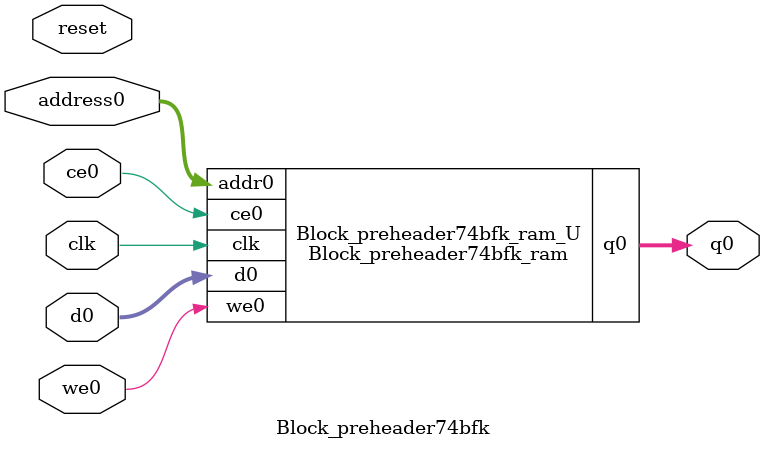
<source format=v>
`timescale 1 ns / 1 ps
module Block_preheader74bfk_ram (addr0, ce0, d0, we0, q0,  clk);

parameter DWIDTH = 5;
parameter AWIDTH = 12;
parameter MEM_SIZE = 2624;

input[AWIDTH-1:0] addr0;
input ce0;
input[DWIDTH-1:0] d0;
input we0;
output reg[DWIDTH-1:0] q0;
input clk;

(* ram_style = "block" *)reg [DWIDTH-1:0] ram[0:MEM_SIZE-1];




always @(posedge clk)  
begin 
    if (ce0) begin
        if (we0) 
            ram[addr0] <= d0; 
        q0 <= ram[addr0];
    end
end


endmodule

`timescale 1 ns / 1 ps
module Block_preheader74bfk(
    reset,
    clk,
    address0,
    ce0,
    we0,
    d0,
    q0);

parameter DataWidth = 32'd5;
parameter AddressRange = 32'd2624;
parameter AddressWidth = 32'd12;
input reset;
input clk;
input[AddressWidth - 1:0] address0;
input ce0;
input we0;
input[DataWidth - 1:0] d0;
output[DataWidth - 1:0] q0;



Block_preheader74bfk_ram Block_preheader74bfk_ram_U(
    .clk( clk ),
    .addr0( address0 ),
    .ce0( ce0 ),
    .we0( we0 ),
    .d0( d0 ),
    .q0( q0 ));

endmodule


</source>
